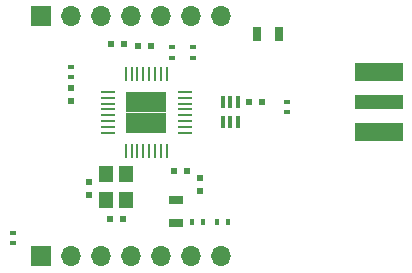
<source format=gbr>
G04 #@! TF.FileFunction,Soldermask,Top*
%FSLAX46Y46*%
G04 Gerber Fmt 4.6, Leading zero omitted, Abs format (unit mm)*
G04 Created by KiCad (PCBNEW 4.0.7) date Fri Oct 27 16:40:53 2017*
%MOMM*%
%LPD*%
G01*
G04 APERTURE LIST*
%ADD10C,0.100000*%
%ADD11R,0.350000X1.000000*%
%ADD12R,0.600000X0.500000*%
%ADD13R,0.500000X0.600000*%
%ADD14R,4.064000X1.524000*%
%ADD15R,4.064000X1.270000*%
%ADD16R,1.700000X1.700000*%
%ADD17O,1.700000X1.700000*%
%ADD18R,0.700000X1.300000*%
%ADD19R,1.300000X0.700000*%
%ADD20R,0.600000X0.400000*%
%ADD21R,0.400000X0.600000*%
%ADD22R,1.200000X0.280000*%
%ADD23R,0.280000X1.200000*%
%ADD24R,1.725000X1.725000*%
%ADD25R,1.200000X1.400000*%
G04 APERTURE END LIST*
D10*
D11*
X191912000Y-80938000D03*
X191262000Y-80938000D03*
X190612000Y-80938000D03*
X190612000Y-82638000D03*
X191262000Y-82638000D03*
X191912000Y-82638000D03*
D12*
X183473000Y-76200000D03*
X184573000Y-76200000D03*
X182287000Y-76009500D03*
X181187000Y-76009500D03*
D13*
X177800000Y-79714000D03*
X177800000Y-80814000D03*
X179324000Y-88815000D03*
X179324000Y-87715000D03*
D12*
X187621000Y-86741000D03*
X186521000Y-86741000D03*
D13*
X188722000Y-87334000D03*
X188722000Y-88434000D03*
D12*
X181060000Y-90805000D03*
X182160000Y-90805000D03*
X193971000Y-80899000D03*
X192871000Y-80899000D03*
D14*
X203835000Y-83413600D03*
X203835000Y-78333600D03*
D15*
X203835000Y-80873600D03*
D16*
X175260000Y-93980000D03*
D17*
X177800000Y-93980000D03*
X180340000Y-93980000D03*
X182880000Y-93980000D03*
X185420000Y-93980000D03*
X187960000Y-93980000D03*
X190500000Y-93980000D03*
D16*
X175260000Y-73660000D03*
D17*
X177800000Y-73660000D03*
X180340000Y-73660000D03*
X182880000Y-73660000D03*
X185420000Y-73660000D03*
X187960000Y-73660000D03*
X190500000Y-73660000D03*
D18*
X195387000Y-75184000D03*
X193487000Y-75184000D03*
D19*
X186626500Y-89220000D03*
X186626500Y-91120000D03*
D20*
X177800000Y-78809000D03*
X177800000Y-77909000D03*
X186309000Y-77158000D03*
X186309000Y-76258000D03*
X188087000Y-77158000D03*
X188087000Y-76258000D03*
D21*
X188918000Y-91059000D03*
X188018000Y-91059000D03*
X190177000Y-91059000D03*
X191077000Y-91059000D03*
D20*
X196037200Y-81780800D03*
X196037200Y-80880800D03*
D22*
X187400000Y-83538000D03*
X187400000Y-83038000D03*
X187400000Y-82538000D03*
X187400000Y-82038000D03*
X187400000Y-81538000D03*
X187400000Y-81038000D03*
X187400000Y-80538000D03*
X187400000Y-80038000D03*
D23*
X185900000Y-78538000D03*
X185400000Y-78538000D03*
X184900000Y-78538000D03*
X184400000Y-78538000D03*
X183900000Y-78538000D03*
X183400000Y-78538000D03*
X182900000Y-78538000D03*
X182400000Y-78538000D03*
D22*
X180900000Y-80038000D03*
X180900000Y-80538000D03*
X180900000Y-81038000D03*
X180900000Y-81538000D03*
X180900000Y-82038000D03*
X180900000Y-82538000D03*
X180900000Y-83038000D03*
X180900000Y-83538000D03*
D23*
X182400000Y-85038000D03*
X182900000Y-85038000D03*
X183400000Y-85038000D03*
X183900000Y-85038000D03*
X184400000Y-85038000D03*
X184900000Y-85038000D03*
X185400000Y-85038000D03*
X185900000Y-85038000D03*
D24*
X185012500Y-82650500D03*
X183287500Y-82650500D03*
X185012500Y-80925500D03*
X183287500Y-80925500D03*
D25*
X182460000Y-89238000D03*
X182460000Y-87038000D03*
X180760000Y-87038000D03*
X180760000Y-89238000D03*
D20*
X172897800Y-91955200D03*
X172897800Y-92855200D03*
M02*

</source>
